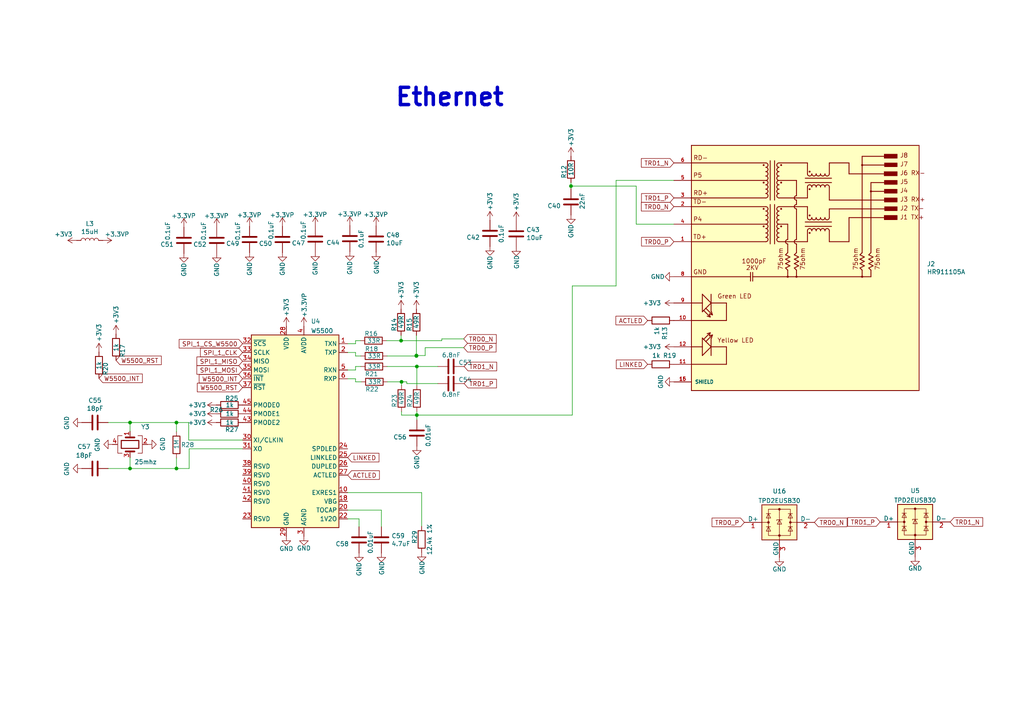
<source format=kicad_sch>
(kicad_sch (version 20211123) (generator eeschema)
  (paper "A4")
  (lib_symbols
    (symbol "Connector_Generic_Shielded:HR911105A" (pin_names (offset 1.016))
      (property "Reference" "J" (at -33.1724 36.2458 0))
      (property "Value" "Connector_Generic_Shielded_HR911105A" (at -33.1216 -38.227 0))
      (symbol "HR911105A_0_0"
        (text "1000pF" (at -18.4912 1.2446 0) (effects (font (size 1.27 1.27)) (justify left bottom)))
        (text "2KV" (at -17.2212 -0.6604 0) (effects (font (size 1.27 1.27)) (justify left bottom)))
        (text "75ohm" (at -6.4008 -0.6604 900) (effects (font (size 1.27 1.27)) (justify left bottom)))
        (text "75ohm" (at 0 -0.6604 900) (effects (font (size 1.27 1.27)) (justify left bottom)))
        (text "75ohm" (at 15.3416 -0.6604 900) (effects (font (size 1.27 1.27)) (justify left bottom)))
        (text "75ohm" (at 21.6916 -0.6604 900) (effects (font (size 1.27 1.27)) (justify left bottom)))
        (text "GND" (at -32.5374 -1.905 0) (effects (font (size 1.27 1.27)) (justify left bottom)))
        (text "Green LED" (at -25.5016 -8.9154 0) (effects (font (size 1.27 1.27)) (justify left bottom)))
        (text "J1 TX+" (at 27.432 13.9954 0) (effects (font (size 1.27 1.27)) (justify left bottom)))
        (text "J2 TX-" (at 27.4574 16.5862 0) (effects (font (size 1.27 1.27)) (justify left bottom)))
        (text "J3 RX+" (at 27.4574 19.1516 0) (effects (font (size 1.27 1.27)) (justify left bottom)))
        (text "J4" (at 27.4574 21.717 0) (effects (font (size 1.27 1.27)) (justify left bottom)))
        (text "J5" (at 27.4828 24.257 0) (effects (font (size 1.27 1.27)) (justify left bottom)))
        (text "J6 RX-" (at 27.4574 26.8224 0) (effects (font (size 1.27 1.27)) (justify left bottom)))
        (text "J7" (at 27.4574 29.3624 0) (effects (font (size 1.27 1.27)) (justify left bottom)))
        (text "J8" (at 27.4574 31.9278 0) (effects (font (size 1.27 1.27)) (justify left bottom)))
        (text "P4" (at -32.5374 13.4112 0) (effects (font (size 1.27 1.27)) (justify left bottom)))
        (text "P5" (at -32.5374 26.162 0) (effects (font (size 1.27 1.27)) (justify left bottom)))
        (text "RD+" (at -32.4866 21.0312 0) (effects (font (size 1.27 1.27)) (justify left bottom)))
        (text "RD-" (at -32.4866 31.2166 0) (effects (font (size 1.27 1.27)) (justify left bottom)))
        (text "TD+" (at -32.5628 8.3058 0) (effects (font (size 1.27 1.27)) (justify left bottom)))
        (text "TD-" (at -32.512 18.4912 0) (effects (font (size 1.27 1.27)) (justify left bottom)))
        (text "Yellow LED" (at -25.527 -21.717 0) (effects (font (size 1.27 1.27)) (justify left bottom)))
        (pin passive line (at -38.1 7.62 0) (length 5.08) (name "~") (number "1"))
        (pin passive line (at -38.1 -15.24 0) (length 5.08) (name "~") (number "10"))
        (pin passive line (at -38.1 -27.94 0) (length 5.08) (name "~") (number "11"))
        (pin passive line (at -38.1 -22.86 0) (length 5.08) (name "~") (number "12"))
        (pin passive line (at -38.1 -33.02 0) (length 5.08) (name "SHIELD") (number "15"))
        (pin passive line (at -38.1 -33.02 0) (length 5.08) (name "SHIELD") (number "16"))
        (pin passive line (at -38.1 17.78 0) (length 5.08) (name "~") (number "2"))
        (pin passive line (at -38.1 20.32 0) (length 5.08) (name "~") (number "3"))
        (pin passive line (at -38.1 12.7 0) (length 5.08) (name "~") (number "4"))
        (pin passive line (at -38.1 25.4 0) (length 5.08) (name "~") (number "5"))
        (pin passive line (at -38.1 30.48 0) (length 5.08) (name "~") (number "6"))
        (pin power_in line (at -38.1 -2.54 0) (length 5.08) (name "~") (number "8"))
        (pin passive line (at -38.1 -10.16 0) (length 5.08) (name "~") (number "9"))
      )
    )
    (symbol "Device:C" (pin_numbers hide) (pin_names (offset 0.254))
      (property "Reference" "C" (at 0.635 2.54 0))
      (property "Value" "C" (at 0.635 -2.54 0))
      (symbol "C_1_1"
        (pin passive line (at 0 3.81 270) (length 2.794) (name "~") (number "1"))
        (pin passive line (at 0 -3.81 90) (length 2.794) (name "~") (number "2"))
      )
    )
    (symbol "Device:Crystal_GND24" (pin_names (offset 1.016) hide)
      (property "Reference" "Y" (at 3.175 5.08 0))
      (property "Value" "Crystal_GND24" (at 3.175 3.175 0))
      (symbol "Crystal_GND24_1_1"
        (pin passive line (at -3.81 0 0) (length 1.27) (name "1") (number "1"))
        (pin passive line (at 0 5.08 270) (length 1.27) (name "2") (number "2"))
        (pin passive line (at 3.81 0 180) (length 1.27) (name "3") (number "3"))
        (pin passive line (at 0 -5.08 90) (length 1.27) (name "4") (number "4"))
      )
    )
    (symbol "Device:L" (pin_numbers hide) (pin_names (offset 1.016) hide)
      (property "Reference" "L" (at -1.27 0 90))
      (property "Value" "L" (at 1.905 0 90))
      (symbol "L_1_1"
        (pin passive line (at 0 3.81 270) (length 1.27) (name "1") (number "1"))
        (pin passive line (at 0 -3.81 90) (length 1.27) (name "2") (number "2"))
      )
    )
    (symbol "Device:R" (pin_numbers hide) (pin_names (offset 0))
      (property "Reference" "R" (at 2.032 0 90))
      (property "Value" "R" (at 0 0 90))
      (symbol "R_1_1"
        (pin passive line (at 0 3.81 270) (length 1.27) (name "~") (number "1"))
        (pin passive line (at 0 -3.81 90) (length 1.27) (name "~") (number "2"))
      )
    )
    (symbol "Interface_Ethernet:W5500"
      (property "Reference" "U" (at -11.43 29.21 0))
      (property "Value" "W5500" (at 8.89 29.21 0))
      (symbol "W5500_1_1"
        (pin output line (at 15.24 25.4 180) (length 2.54) (name "TXN") (number "1"))
        (pin passive line (at 15.24 -17.78 180) (length 2.54) (name "EXRES1") (number "10"))
        (pin passive line (at 2.54 30.48 270) (length 2.54) hide (name "AVDD") (number "11"))
        (pin no_connect line (at 12.7 7.62 180) (length 2.54) hide (name "NC") (number "12"))
        (pin no_connect line (at 12.7 5.08 180) (length 2.54) hide (name "NC") (number "13"))
        (pin passive line (at 2.54 -30.48 90) (length 2.54) hide (name "AGND") (number "14"))
        (pin passive line (at 2.54 30.48 270) (length 2.54) hide (name "AVDD") (number "15"))
        (pin passive line (at 2.54 -30.48 90) (length 2.54) hide (name "AGND") (number "16"))
        (pin passive line (at 2.54 30.48 270) (length 2.54) hide (name "AVDD") (number "17"))
        (pin passive line (at 15.24 -20.32 180) (length 2.54) (name "VBG") (number "18"))
        (pin passive line (at 2.54 -30.48 90) (length 2.54) hide (name "AGND") (number "19"))
        (pin output line (at 15.24 22.86 180) (length 2.54) (name "TXP") (number "2"))
        (pin passive line (at 15.24 -22.86 180) (length 2.54) (name "TOCAP") (number "20"))
        (pin passive line (at 2.54 30.48 270) (length 2.54) hide (name "AVDD") (number "21"))
        (pin output line (at 15.24 -25.4 180) (length 2.54) (name "1V2O") (number "22"))
        (pin input line (at -15.24 -25.4 0) (length 2.54) (name "RSVD") (number "23"))
        (pin output line (at 15.24 -5.08 180) (length 2.54) (name "SPDLED") (number "24"))
        (pin output line (at 15.24 -7.62 180) (length 2.54) (name "LINKLED") (number "25"))
        (pin output line (at 15.24 -10.16 180) (length 2.54) (name "DUPLED") (number "26"))
        (pin output line (at 15.24 -12.7 180) (length 2.54) (name "ACTLED") (number "27"))
        (pin power_in line (at -2.54 30.48 270) (length 2.54) (name "VDD") (number "28"))
        (pin power_in line (at -2.54 -30.48 90) (length 2.54) (name "GND") (number "29"))
        (pin power_in line (at 2.54 -30.48 90) (length 2.54) (name "AGND") (number "3"))
        (pin input line (at -15.24 -2.54 0) (length 2.54) (name "XI/CLKIN") (number "30"))
        (pin output line (at -15.24 -5.08 0) (length 2.54) (name "XO") (number "31"))
        (pin input line (at -15.24 25.4 0) (length 2.54) (name "~{SCS}") (number "32"))
        (pin input line (at -15.24 22.86 0) (length 2.54) (name "SCLK") (number "33"))
        (pin output line (at -15.24 20.32 0) (length 2.54) (name "MISO") (number "34"))
        (pin input line (at -15.24 17.78 0) (length 2.54) (name "MOSI") (number "35"))
        (pin input line (at -15.24 15.24 0) (length 2.54) (name "~{INT}") (number "36"))
        (pin input line (at -15.24 12.7 0) (length 2.54) (name "~{RST}") (number "37"))
        (pin input line (at -15.24 -10.16 0) (length 2.54) (name "RSVD") (number "38"))
        (pin input line (at -15.24 -12.7 0) (length 2.54) (name "RSVD") (number "39"))
        (pin power_in line (at 2.54 30.48 270) (length 2.54) (name "AVDD") (number "4"))
        (pin input line (at -15.24 -15.24 0) (length 2.54) (name "RSVD") (number "40"))
        (pin input line (at -15.24 -17.78 0) (length 2.54) (name "RSVD") (number "41"))
        (pin input line (at -15.24 -20.32 0) (length 2.54) (name "RSVD") (number "42"))
        (pin input line (at -15.24 2.54 0) (length 2.54) (name "PMODE2") (number "43"))
        (pin input line (at -15.24 5.08 0) (length 2.54) (name "PMODE1") (number "44"))
        (pin input line (at -15.24 7.62 0) (length 2.54) (name "PMODE0") (number "45"))
        (pin no_connect line (at 12.7 2.54 180) (length 2.54) hide (name "NC") (number "46"))
        (pin no_connect line (at 12.7 0 180) (length 2.54) hide (name "NC") (number "47"))
        (pin passive line (at 2.54 -30.48 90) (length 2.54) hide (name "AGND") (number "48"))
        (pin input line (at 15.24 17.78 180) (length 2.54) (name "RXN") (number "5"))
        (pin input line (at 15.24 15.24 180) (length 2.54) (name "RXP") (number "6"))
        (pin no_connect line (at 12.7 10.16 180) (length 2.54) hide (name "DNC") (number "7"))
        (pin passive line (at 2.54 30.48 270) (length 2.54) hide (name "AVDD") (number "8"))
        (pin passive line (at 2.54 -30.48 90) (length 2.54) hide (name "AGND") (number "9"))
      )
    )
    (symbol "Power_Protection:TPD2EUSB30" (pin_names (offset 0))
      (property "Reference" "U" (at 0 6.35 0))
      (property "Value" "TPD2EUSB30" (at 7.62 -7.62 0))
      (symbol "TPD2EUSB30_1_1"
        (pin passive line (at -10.16 0 0) (length 5.08) (name "D+") (number "1"))
        (pin passive line (at 10.16 0 180) (length 5.08) (name "D-") (number "2"))
        (pin passive line (at 0 -10.16 90) (length 5.08) (name "GND") (number "3"))
      )
    )
    (symbol "power:+3.3V" (power) (pin_names (offset 0))
      (property "Value" "+3.3V" (at 0 3.556 0))
      (symbol "+3.3V_1_1"
        (pin power_in line (at 0 0 90) (length 0) hide (name "+3V3") (number "1"))
      )
    )
    (symbol "power:+3.3VP" (power) (pin_names (offset 0))
      (property "Value" "+3.3VP" (at 0 2.54 0))
      (symbol "+3.3VP_0_0"
        (pin power_in line (at 0 0 90) (length 0) hide (name "+3.3VP") (number "1"))
      )
    )
    (symbol "power:GND" (power) (pin_names (offset 0))
      (property "Value" "GND" (at 0 -3.81 0))
      (symbol "GND_1_1"
        (pin power_in line (at 0 0 270) (length 0) hide (name "GND") (number "1"))
      )
    )
  )
  (junction (at 120.777 103.124))
  (junction (at 120.904 120.396))
  (junction (at 51.181 135.89))
  (junction (at 120.777 103.251))
  (junction (at 116.332 98.806))
  (junction (at 120.904 106.299))
  (junction (at 37.719 135.89))
  (junction (at 165.608 53.975))
  (junction (at 116.459 110.744))
  (junction (at 37.719 122.555))
  (junction (at 51.181 122.555))
  (wire (pts (xy 165.608 52.959) (xy 165.608 53.975)))
  (wire (pts (xy 123.317 100.838) (xy 134.493 100.838)))
  (wire (pts (xy 120.777 103.124) (xy 120.777 97.282)))
  (wire (pts (xy 100.838 147.955) (xy 110.617 147.955)))
  (wire (pts (xy 103.124 99.695) (xy 103.124 98.806)))
  (wire (pts (xy 54.864 130.175) (xy 70.358 130.175)))
  (wire (pts (xy 120.904 106.299) (xy 127 106.299)))
  (wire (pts (xy 112.268 106.299) (xy 120.904 106.299)))
  (wire (pts (xy 100.838 102.235) (xy 103.124 102.235)))
  (wire (pts (xy 51.181 132.842) (xy 51.181 135.89)))
  (wire (pts (xy 110.617 147.955) (xy 110.617 152.781)))
  (wire (pts (xy 51.181 122.555) (xy 51.181 125.222)))
  (wire (pts (xy 103.124 107.315) (xy 103.124 106.299)))
  (wire (pts (xy 100.838 109.855) (xy 103.124 109.855)))
  (wire (pts (xy 100.838 150.495) (xy 104.14 150.495)))
  (wire (pts (xy 103.124 102.235) (xy 103.124 103.251)))
  (wire (pts (xy 128.143 98.298) (xy 128.143 98.806)))
  (wire (pts (xy 165.989 82.931) (xy 178.689 82.931)))
  (wire (pts (xy 100.838 142.875) (xy 122.301 142.875)))
  (wire (pts (xy 31.369 122.555) (xy 37.719 122.555)))
  (wire (pts (xy 70.358 127.635) (xy 54.737 127.635)))
  (wire (pts (xy 103.124 109.855) (xy 103.124 110.744)))
  (wire (pts (xy 116.459 119.38) (xy 116.459 120.396)))
  (wire (pts (xy 51.181 135.89) (xy 54.864 135.89)))
  (wire (pts (xy 128.143 98.806) (xy 116.332 98.806)))
  (wire (pts (xy 103.124 110.744) (xy 104.775 110.744)))
  (wire (pts (xy 112.395 110.744) (xy 116.459 110.744)))
  (wire (pts (xy 31.369 135.89) (xy 37.719 135.89)))
  (wire (pts (xy 195.453 52.324) (xy 178.689 52.324)))
  (wire (pts (xy 37.719 122.555) (xy 37.719 125.095)))
  (wire (pts (xy 120.777 103.251) (xy 120.777 103.124)))
  (wire (pts (xy 51.181 122.555) (xy 54.737 122.555)))
  (wire (pts (xy 116.459 110.744) (xy 116.459 111.76)))
  (wire (pts (xy 120.777 103.124) (xy 123.317 103.124)))
  (wire (pts (xy 112.141 98.806) (xy 116.332 98.806)))
  (wire (pts (xy 54.737 127.635) (xy 54.737 122.555)))
  (wire (pts (xy 100.838 99.695) (xy 103.124 99.695)))
  (wire (pts (xy 104.14 150.495) (xy 104.14 152.781)))
  (wire (pts (xy 120.904 120.396) (xy 120.904 119.38)))
  (wire (pts (xy 178.689 82.931) (xy 178.689 52.324)))
  (wire (pts (xy 103.124 98.806) (xy 104.521 98.806)))
  (wire (pts (xy 116.459 120.396) (xy 120.904 120.396)))
  (wire (pts (xy 103.124 106.299) (xy 104.648 106.299)))
  (wire (pts (xy 127 111.252) (xy 117.983 111.252)))
  (wire (pts (xy 120.904 120.396) (xy 120.904 121.793)))
  (wire (pts (xy 134.493 98.298) (xy 128.143 98.298)))
  (wire (pts (xy 165.608 53.975) (xy 184.531 53.975)))
  (wire (pts (xy 165.608 53.975) (xy 165.608 54.737)))
  (wire (pts (xy 37.719 135.89) (xy 51.181 135.89)))
  (wire (pts (xy 100.838 107.315) (xy 103.124 107.315)))
  (wire (pts (xy 54.864 130.175) (xy 54.864 135.89)))
  (wire (pts (xy 120.904 120.396) (xy 165.989 120.396)))
  (wire (pts (xy 122.301 142.875) (xy 122.301 152.654)))
  (wire (pts (xy 103.124 103.251) (xy 104.648 103.251)))
  (wire (pts (xy 37.719 135.89) (xy 37.719 132.715)))
  (wire (pts (xy 195.453 65.024) (xy 184.531 65.024)))
  (wire (pts (xy 117.983 111.252) (xy 117.983 110.744)))
  (wire (pts (xy 112.268 103.251) (xy 120.777 103.251)))
  (wire (pts (xy 37.719 122.555) (xy 51.181 122.555)))
  (wire (pts (xy 116.332 98.806) (xy 116.332 97.282)))
  (wire (pts (xy 117.983 110.744) (xy 116.459 110.744)))
  (wire (pts (xy 184.531 65.024) (xy 184.531 53.975)))
  (wire (pts (xy 120.904 106.299) (xy 120.904 111.76)))
  (wire (pts (xy 165.989 120.396) (xy 165.989 82.931)))
  (wire (pts (xy 123.317 103.124) (xy 123.317 100.838)))
  (text "Ethernet" (at 114.3 31.242 0) (effects (font (size 5.0038 5.0038) (thickness 1.0008) bold) (justify left bottom)))
  (global_label "LINKED" (shape input) (at 100.838 132.715 0) (property "Intersheet References" "${INTERSHEET_REFS}" (effects hide)))
  (global_label "TRD0_N" (shape input) (at 236.22 151.511 0) (property "Intersheet References" "${INTERSHEET_REFS}" (effects hide)))
  (global_label "TRD1_P" (shape input) (at 195.453 57.404 180) (property "Intersheet References" "${INTERSHEET_REFS}" (effects hide)))
  (global_label "TRD0_P" (shape input) (at 195.453 70.104 180) (property "Intersheet References" "${INTERSHEET_REFS}" (effects hide)))
  (global_label "TRD1_P" (shape input) (at 134.62 111.252 0) (property "Intersheet References" "${INTERSHEET_REFS}" (effects hide)))
  (global_label "SPI_1_MISO" (shape input) (at 70.358 104.775 180) (property "Intersheet References" "${INTERSHEET_REFS}" (effects hide)))
  (global_label "TRD1_N" (shape input) (at 134.62 106.299 0) (property "Intersheet References" "${INTERSHEET_REFS}" (effects hide)))
  (global_label "SPI_1_MOSI" (shape input) (at 70.358 107.315 180) (property "Intersheet References" "${INTERSHEET_REFS}" (effects hide)))
  (global_label "W5500_INT" (shape input) (at 28.702 109.728 0) (property "Intersheet References" "${INTERSHEET_REFS}" (effects hide)))
  (global_label "W5500_RST" (shape input) (at 70.358 112.395 180) (property "Intersheet References" "${INTERSHEET_REFS}" (effects hide)))
  (global_label "TRD0_N" (shape input) (at 134.493 98.298 0) (property "Intersheet References" "${INTERSHEET_REFS}" (effects hide)))
  (global_label "SPI_1_CLK" (shape input) (at 70.358 102.235 180) (property "Intersheet References" "${INTERSHEET_REFS}" (effects hide)))
  (global_label "TRD1_N" (shape input) (at 275.59 151.384 0) (property "Intersheet References" "${INTERSHEET_REFS}" (effects hide)))
  (global_label "TRD0_N" (shape input) (at 195.453 59.944 180) (property "Intersheet References" "${INTERSHEET_REFS}" (effects hide)))
  (global_label "TRD0_P" (shape input) (at 134.493 100.838 0) (property "Intersheet References" "${INTERSHEET_REFS}" (effects hide)))
  (global_label "LINKED" (shape input) (at 187.833 105.664 180) (property "Intersheet References" "${INTERSHEET_REFS}" (effects hide)))
  (global_label "TRD1_N" (shape input) (at 195.453 47.244 180) (property "Intersheet References" "${INTERSHEET_REFS}" (effects hide)))
  (global_label "W5500_INT" (shape input) (at 70.358 109.855 180) (property "Intersheet References" "${INTERSHEET_REFS}" (effects hide)))
  (global_label "ACTLED" (shape input) (at 187.833 92.964 180) (property "Intersheet References" "${INTERSHEET_REFS}" (effects hide)))
  (global_label "W5500_RST" (shape input) (at 33.655 104.521 0) (property "Intersheet References" "${INTERSHEET_REFS}" (effects hide)))
  (global_label "SPI_1_CS_W5500" (shape input) (at 70.358 99.695 180) (property "Intersheet References" "${INTERSHEET_REFS}" (effects hide)))
  (global_label "TRD1_P" (shape input) (at 255.27 151.384 180) (property "Intersheet References" "${INTERSHEET_REFS}" (effects hide)))
  (global_label "TRD0_P" (shape input) (at 215.9 151.511 180) (property "Intersheet References" "${INTERSHEET_REFS}" (effects hide)))
  (global_label "ACTLED" (shape input) (at 100.838 137.795 0) (property "Intersheet References" "${INTERSHEET_REFS}" (effects hide)))
  (symbol (lib_id "power:+3.3V") (at 165.608 45.339 0) (unit 1)
    (property "Reference" "#PWR0205" (effects hide))
    (property "Value" "+3.3V" (at 165.608 39.878 90))
  )
  (symbol (lib_id "power:+3.3V") (at 120.777 89.662 0) (unit 1)
    (property "Reference" "#PWR0227" (effects hide))
    (property "Value" "+3.3V" (at 120.777 84.201 90))
  )
  (symbol (lib_id "Device:Crystal_GND24") (at 37.719 128.905 270) (unit 1)
    (property "Reference" "Y3" (at 40.894 123.825 90) (effects (justify left)))
    (property "Value" "25mhz" (at 38.989 133.985 90) (effects (justify left)))
    (property "Footprint" "Footprint:Crystal_smd_3225" (effects hide))
  )
  (symbol (lib_id "power:GND") (at 23.749 135.89 270) (unit 1)
    (property "Reference" "#PWR0211" (effects hide))
    (property "Value" "GND" (at 19.3548 136.017 0))
  )
  (symbol (lib_id "power:+3.3VP") (at 53.34 65.913 0) (unit 1)
    (property "Reference" "#PWR0222" (effects hide))
    (property "Value" "+3.3VP" (at 49.657 62.611 0) (effects (justify left)))
  )
  (symbol (lib_id "power:+3.3V") (at 142.113 63.881 0) (unit 1)
    (property "Reference" "#PWR0209" (effects hide))
    (property "Value" "+3.3V" (at 142.113 58.42 90))
  )
  (symbol (lib_id "Device:C") (at 165.608 58.547 180) (unit 1)
    (property "Reference" "C40" (at 162.687 59.7154 0) (effects (justify left)))
    (property "Value" "22nF" (at 168.91 55.88 90) (effects (justify left)))
    (property "Footprint" "Capacitor_SMD:C_0603_1608Metric" (effects hide))
  )
  (symbol (lib_id "Device:L") (at 26.035 69.723 90) (unit 1)
    (property "Reference" "L3" (at 26.035 64.897 90))
    (property "Value" "15uH" (at 26.035 67.2084 90))
    (property "Footprint" "Resistor_SMD:R_0603_1608Metric" (effects hide))
  )
  (symbol (lib_id "Device:R") (at 191.643 92.964 270) (unit 1)
    (property "Reference" "R13" (at 192.8114 94.742 0) (effects (justify left)))
    (property "Value" "1k" (at 190.5 94.742 0) (effects (justify left)))
    (property "Footprint" "Resistor_SMD:R_0603_1608Metric" (effects hide))
  )
  (symbol (lib_id "power:GND") (at 109.093 73.152 0) (unit 1)
    (property "Reference" "#PWR0234" (effects hide))
    (property "Value" "GND" (at 109.22 77.5462 90))
  )
  (symbol (lib_id "Device:R") (at 116.332 93.472 180) (unit 1)
    (property "Reference" "R14" (at 114.3 92.202 90) (effects (justify left)))
    (property "Value" "49R" (at 116.332 91.44 90) (effects (justify left)))
    (property "Footprint" "Resistor_SMD:R_0603_1608Metric" (effects hide))
  )
  (symbol (lib_id "Device:C") (at 110.617 156.591 0) (unit 1)
    (property "Reference" "C59" (at 113.538 155.4226 0) (effects (justify left)))
    (property "Value" "4.7uF" (at 113.538 157.734 0) (effects (justify left)))
    (property "Footprint" "Capacitor_SMD:C_0805_2012Metric" (effects hide))
  )
  (symbol (lib_id "Device:C") (at 72.39 69.469 180) (unit 1)
    (property "Reference" "C49" (at 69.469 70.6374 0) (effects (justify left)))
    (property "Value" "0.1uF" (at 68.961 64.262 90) (effects (justify left)))
    (property "Footprint" "Capacitor_SMD:C_0603_1608Metric" (effects hide))
  )
  (symbol (lib_id "Device:R") (at 51.181 129.032 0) (unit 1)
    (property "Reference" "R28" (at 52.451 129.032 0) (effects (justify left)))
    (property "Value" "1M" (at 51.181 130.302 90) (effects (justify left)))
    (property "Footprint" "Resistor_SMD:R_0603_1608Metric" (effects hide))
  )
  (symbol (lib_id "power:+3.3VP") (at 88.138 94.615 0) (unit 1)
    (property "Reference" "#PWR0197" (effects hide))
    (property "Value" "+3.3VP" (at 88.265 92.075 90) (effects (justify left)))
  )
  (symbol (lib_id "power:GND") (at 104.14 160.401 0) (unit 1)
    (property "Reference" "#PWR0202" (effects hide))
    (property "Value" "GND" (at 104.14 165.1 90))
  )
  (symbol (lib_id "power:+3.3VP") (at 81.915 65.659 0) (unit 1)
    (property "Reference" "#PWR0229" (effects hide))
    (property "Value" "+3.3VP" (at 78.232 62.357 0) (effects (justify left)))
  )
  (symbol (lib_id "power:GND") (at 32.639 128.905 270) (unit 1)
    (property "Reference" "#PWR0213" (effects hide))
    (property "Value" "GND" (at 28.2448 129.032 0))
  )
  (symbol (lib_id "power:+3.3VP") (at 91.44 65.532 0) (unit 1)
    (property "Reference" "#PWR0230" (effects hide))
    (property "Value" "+3.3VP" (at 87.757 62.23 0) (effects (justify left)))
  )
  (symbol (lib_id "Device:R") (at 66.548 122.555 270) (unit 1)
    (property "Reference" "R27" (at 65.278 124.587 90) (effects (justify left)))
    (property "Value" "1k" (at 65.405 122.555 90) (effects (justify left)))
    (property "Footprint" "Resistor_SMD:R_0603_1608Metric" (effects hide))
  )
  (symbol (lib_id "power:GND") (at 122.301 160.274 0) (unit 1)
    (property "Reference" "#PWR0201" (effects hide))
    (property "Value" "GND" (at 122.428 164.6682 90))
  )
  (symbol (lib_id "power:GND") (at 81.915 73.279 0) (unit 1)
    (property "Reference" "#PWR0198" (effects hide))
    (property "Value" "GND" (at 81.915 77.978 90))
  )
  (symbol (lib_id "Device:C") (at 91.44 69.342 180) (unit 1)
    (property "Reference" "C47" (at 88.519 70.5104 0) (effects (justify left)))
    (property "Value" "0.1uF" (at 88.011 64.008 90) (effects (justify left)))
    (property "Footprint" "Capacitor_SMD:C_0603_1608Metric" (effects hide))
  )
  (symbol (lib_id "Device:R") (at 28.702 105.918 180) (unit 1)
    (property "Reference" "R20" (at 30.607 105.029 90) (effects (justify left)))
    (property "Value" "1k" (at 28.702 104.775 90) (effects (justify left)))
    (property "Footprint" "Resistor_SMD:R_0603_1608Metric" (effects hide))
  )
  (symbol (lib_id "power:GND") (at 265.43 161.544 0) (unit 1)
    (property "Reference" "#PWR039" (effects hide))
    (property "Value" "GND" (at 265.43 164.846 0))
  )
  (symbol (lib_id "power:GND") (at 120.904 129.413 0) (unit 1)
    (property "Reference" "#PWR0195" (effects hide))
    (property "Value" "GND" (at 120.904 134.112 90))
  )
  (symbol (lib_id "power:+3.3V") (at 195.453 100.584 90) (unit 1)
    (property "Reference" "#PWR0236" (effects hide))
    (property "Value" "+3.3V" (at 189.103 100.584 90))
  )
  (symbol (lib_id "Device:R") (at 108.585 110.744 90) (unit 1)
    (property "Reference" "R22" (at 109.855 112.903 90) (effects (justify left)))
    (property "Value" "33R" (at 110.617 110.744 90) (effects (justify left)))
    (property "Footprint" "Resistor_SMD:R_0603_1608Metric" (effects hide))
  )
  (symbol (lib_id "power:+3.3V") (at 62.738 117.475 90) (unit 1)
    (property "Reference" "#PWR0217" (effects hide))
    (property "Value" "+3.3V" (at 57.15 117.475 90))
  )
  (symbol (lib_id "power:+3.3V") (at 28.702 102.108 0) (unit 1)
    (property "Reference" "#PWR0223" (effects hide))
    (property "Value" "+3.3V" (at 28.702 96.52 90))
  )
  (symbol (lib_id "Device:R") (at 122.301 156.464 0) (unit 1)
    (property "Reference" "R29" (at 120.269 157.734 90) (effects (justify left)))
    (property "Value" "12.4k 1%" (at 124.587 161.036 90) (effects (justify left)))
    (property "Footprint" "Resistor_SMD:R_0603_1608Metric" (effects hide))
  )
  (symbol (lib_id "Device:C") (at 81.915 69.469 180) (unit 1)
    (property "Reference" "C50" (at 78.994 70.6374 0) (effects (justify left)))
    (property "Value" "0.1uF" (at 78.613 64.008 90) (effects (justify left)))
    (property "Footprint" "Capacitor_SMD:C_0603_1608Metric" (effects hide))
  )
  (symbol (lib_id "Device:R") (at 108.331 98.806 90) (unit 1)
    (property "Reference" "R16" (at 109.601 96.774 90) (effects (justify left)))
    (property "Value" "33R" (at 110.363 98.806 90) (effects (justify left)))
    (property "Footprint" "Resistor_SMD:R_0603_1608Metric" (effects hide))
  )
  (symbol (lib_id "Connector_Generic_Shielded:HR911105A") (at 233.553 77.724 0) (unit 1)
    (property "Reference" "J2" (at 268.8336 76.5556 0) (effects (justify left)))
    (property "Value" "HR911105A" (at 268.8336 78.867 0) (effects (justify left)))
    (property "Footprint" "Footprint:HANRUN_HR911105A" (effects hide))
    (property "MP" "HR911105A" (effects hide))
    (property "PARTREV" "A" (effects hide))
    (property "DESCRIPTION" "DIP RJ45 Connector;" (effects hide))
    (property "AVAILABILITY" "Unavailable" (effects hide))
    (property "PRICE" "None" (effects hide))
    (property "STANDARD" "Manufacturer Recommendation" (effects hide))
    (property "PACKAGE" "None" (effects hide))
    (property "MF" "HanRun" (effects hide))
  )
  (symbol (lib_id "power:+3.3V") (at 62.738 120.015 90) (unit 1)
    (property "Reference" "#PWR0216" (effects hide))
    (property "Value" "+3.3V" (at 57.15 120.015 90))
  )
  (symbol (lib_id "power:GND") (at 72.39 73.279 0) (unit 1)
    (property "Reference" "#PWR0196" (effects hide))
    (property "Value" "GND" (at 72.39 77.978 90))
  )
  (symbol (lib_id "power:+3.3VP") (at 62.865 65.913 0) (unit 1)
    (property "Reference" "#PWR0220" (effects hide))
    (property "Value" "+3.3VP" (at 59.182 62.611 0) (effects (justify left)))
  )
  (symbol (lib_id "power:+3.3V") (at 22.225 69.723 90) (unit 1)
    (property "Reference" "#PWR0226" (effects hide))
    (property "Value" "+3.3V" (at 18.415 67.945 90))
  )
  (symbol (lib_id "power:GND") (at 149.733 71.628 0) (unit 1)
    (property "Reference" "#PWR0206" (effects hide))
    (property "Value" "GND" (at 149.86 76.0222 90))
  )
  (symbol (lib_id "Device:R") (at 33.655 100.711 180) (unit 1)
    (property "Reference" "R17" (at 35.56 99.822 90) (effects (justify left)))
    (property "Value" "1k" (at 33.655 99.568 90) (effects (justify left)))
    (property "Footprint" "Resistor_SMD:R_0603_1608Metric" (effects hide))
  )
  (symbol (lib_id "Device:C") (at 101.473 69.215 180) (unit 1)
    (property "Reference" "C44" (at 98.552 70.3834 0) (effects (justify left)))
    (property "Value" "0.1uF" (at 104.775 66.548 90) (effects (justify left)))
    (property "Footprint" "Capacitor_SMD:C_0603_1608Metric" (effects hide))
  )
  (symbol (lib_id "power:GND") (at 23.749 122.555 270) (unit 1)
    (property "Reference" "#PWR0212" (effects hide))
    (property "Value" "GND" (at 19.3548 122.682 0))
  )
  (symbol (lib_id "Device:C") (at 62.865 69.723 180) (unit 1)
    (property "Reference" "C52" (at 59.944 70.8914 0) (effects (justify left)))
    (property "Value" "0.1uF" (at 59.055 64.262 90) (effects (justify left)))
    (property "Footprint" "Capacitor_SMD:C_0603_1608Metric" (effects hide))
  )
  (symbol (lib_id "Device:R") (at 66.548 120.015 270) (unit 1)
    (property "Reference" "R26" (at 60.833 118.872 90) (effects (justify left)))
    (property "Value" "1k" (at 65.405 120.015 90) (effects (justify left)))
    (property "Footprint" "Resistor_SMD:R_0603_1608Metric" (effects hide))
  )
  (symbol (lib_id "power:GND") (at 101.473 73.025 0) (unit 1)
    (property "Reference" "#PWR0233" (effects hide))
    (property "Value" "GND" (at 101.473 77.724 90))
  )
  (symbol (lib_id "Device:C") (at 104.14 156.591 180) (unit 1)
    (property "Reference" "C58" (at 101.219 157.7594 0) (effects (justify left)))
    (property "Value" "0.01uF" (at 107.442 153.924 90) (effects (justify left)))
    (property "Footprint" "Capacitor_SMD:C_0603_1608Metric" (effects hide))
  )
  (symbol (lib_id "Device:C") (at 130.81 106.299 270) (unit 1)
    (property "Reference" "C53" (at 132.969 105.156 90) (effects (justify left)))
    (property "Value" "6.8nF" (at 128.143 102.997 90) (effects (justify left)))
    (property "Footprint" "Capacitor_SMD:C_0603_1608Metric" (effects hide))
  )
  (symbol (lib_id "power:+3.3V") (at 116.332 89.662 0) (unit 1)
    (property "Reference" "#PWR0228" (effects hide))
    (property "Value" "+3.3V" (at 116.332 84.201 90))
  )
  (symbol (lib_id "power:GND") (at 53.34 73.533 0) (unit 1)
    (property "Reference" "#PWR0218" (effects hide))
    (property "Value" "GND" (at 53.34 78.232 90))
  )
  (symbol (lib_id "power:GND") (at 91.44 73.152 0) (unit 1)
    (property "Reference" "#PWR0231" (effects hide))
    (property "Value" "GND" (at 91.44 77.851 90))
  )
  (symbol (lib_id "Device:C") (at 149.733 67.818 0) (unit 1)
    (property "Reference" "C43" (at 152.654 66.6496 0) (effects (justify left)))
    (property "Value" "10uF" (at 152.654 68.961 0) (effects (justify left)))
    (property "Footprint" "Capacitor_SMD:C_0805_2012Metric" (effects hide))
  )
  (symbol (lib_id "Device:R") (at 66.548 117.475 270) (unit 1)
    (property "Reference" "R25" (at 65.278 115.57 90) (effects (justify left)))
    (property "Value" "1k" (at 65.405 117.475 90) (effects (justify left)))
    (property "Footprint" "Resistor_SMD:R_0603_1608Metric" (effects hide))
  )
  (symbol (lib_id "power:GND") (at 226.06 161.671 0) (unit 1)
    (property "Reference" "#PWR040" (effects hide))
    (property "Value" "GND" (at 226.06 165.1 0))
  )
  (symbol (lib_id "Device:R") (at 116.459 115.57 180) (unit 1)
    (property "Reference" "R23" (at 114.427 114.3 90) (effects (justify left)))
    (property "Value" "49R" (at 116.459 113.538 90) (effects (justify left)))
    (property "Footprint" "Resistor_SMD:R_0603_1608Metric" (effects hide))
  )
  (symbol (lib_id "power:GND") (at 195.453 110.744 270) (unit 1)
    (property "Reference" "#PWR0239" (effects hide))
    (property "Value" "GND" (at 191.643 110.744 0))
  )
  (symbol (lib_id "Device:R") (at 108.458 106.299 90) (unit 1)
    (property "Reference" "R21" (at 109.728 108.458 90) (effects (justify left)))
    (property "Value" "33R" (at 110.49 106.299 90) (effects (justify left)))
    (property "Footprint" "Resistor_SMD:R_0603_1608Metric" (effects hide))
  )
  (symbol (lib_id "Device:C") (at 109.093 69.342 0) (unit 1)
    (property "Reference" "C48" (at 112.014 68.1736 0) (effects (justify left)))
    (property "Value" "10uF" (at 112.014 70.485 0) (effects (justify left)))
    (property "Footprint" "Capacitor_SMD:C_0805_2012Metric" (effects hide))
  )
  (symbol (lib_id "power:GND") (at 88.138 155.575 0) (unit 1)
    (property "Reference" "#PWR0204" (effects hide))
    (property "Value" "GND" (at 88.138 159.004 0))
  )
  (symbol (lib_id "Device:C") (at 27.559 135.89 90) (unit 1)
    (property "Reference" "C57" (at 24.384 129.54 90))
    (property "Value" "18pF" (at 24.384 132.08 90))
    (property "Footprint" "Capacitor_SMD:C_0603_1608Metric" (effects hide))
  )
  (symbol (lib_id "power:+3.3V") (at 83.058 94.615 0) (unit 1)
    (property "Reference" "#PWR0199" (effects hide))
    (property "Value" "+3.3V" (at 83.058 89.154 90))
  )
  (symbol (lib_id "Device:C") (at 130.81 111.252 270) (unit 1)
    (property "Reference" "C54" (at 132.969 110.109 90) (effects (justify left)))
    (property "Value" "6.8nF" (at 128.143 114.427 90) (effects (justify left)))
    (property "Footprint" "Capacitor_SMD:C_0603_1608Metric" (effects hide))
  )
  (symbol (lib_id "Device:R") (at 191.643 105.664 270) (unit 1)
    (property "Reference" "R19" (at 192.278 103.124 90) (effects (justify left)))
    (property "Value" "1k" (at 189.103 103.124 90) (effects (justify left)))
    (property "Footprint" "Resistor_SMD:R_0603_1608Metric" (effects hide))
  )
  (symbol (lib_id "power:+3.3VP") (at 101.473 65.405 0) (unit 1)
    (property "Reference" "#PWR0232" (effects hide))
    (property "Value" "+3.3VP" (at 97.79 62.103 0) (effects (justify left)))
  )
  (symbol (lib_id "Interface_Ethernet:W5500") (at 85.598 125.095 0) (unit 1)
    (property "Reference" "U4" (at 90.1574 93.1885 0) (effects (justify left)))
    (property "Value" "W5500" (at 90.1574 95.9636 0) (effects (justify left)))
    (property "Footprint" "Package_QFP:LQFP-48_7x7mm_P0.5mm" (effects hide))
    (property "Datasheet" "http://wizwiki.net/wiki/lib/exe/fetch.php/products:w5500:w5500_ds_v109e.pdf" (effects hide))
  )
  (symbol (lib_id "power:+3.3V") (at 195.453 87.884 90) (unit 1)
    (property "Reference" "#PWR0237" (effects hide))
    (property "Value" "+3.3V" (at 189.103 87.884 90))
  )
  (symbol (lib_id "Power_Protection:TPD2EUSB30") (at 226.06 151.511 0) (unit 1)
    (property "Reference" "U16" (at 226.06 142.4645 0))
    (property "Value" "TPD2EUSB30" (at 226.06 145.2396 0))
    (property "Footprint" "Package_TO_SOT_SMD:Texas_DRT-3" (effects hide))
    (property "Datasheet" "http://www.ti.com/lit/ds/symlink/tpd2eusb30a.pdf" (effects hide))
  )
  (symbol (lib_id "power:+3.3VP") (at 72.39 65.659 0) (unit 1)
    (property "Reference" "#PWR0221" (effects hide))
    (property "Value" "+3.3VP" (at 68.707 62.357 0) (effects (justify left)))
  )
  (symbol (lib_id "power:GND") (at 142.113 71.501 0) (unit 1)
    (property "Reference" "#PWR0207" (effects hide))
    (property "Value" "GND" (at 142.113 76.2 90))
  )
  (symbol (lib_id "Power_Protection:TPD2EUSB30") (at 265.43 151.384 0) (unit 1)
    (property "Reference" "U5" (at 265.43 142.3375 0))
    (property "Value" "TPD2EUSB30" (at 265.43 145.1126 0))
    (property "Footprint" "Package_TO_SOT_SMD:Texas_DRT-3" (effects hide))
    (property "Datasheet" "http://www.ti.com/lit/ds/symlink/tpd2eusb30a.pdf" (effects hide))
  )
  (symbol (lib_id "Device:R") (at 108.458 103.251 90) (unit 1)
    (property "Reference" "R18" (at 109.728 101.219 90) (effects (justify left)))
    (property "Value" "33R" (at 110.49 103.251 90) (effects (justify left)))
    (property "Footprint" "Resistor_SMD:R_0603_1608Metric" (effects hide))
  )
  (symbol (lib_id "power:GND") (at 110.617 160.401 0) (unit 1)
    (property "Reference" "#PWR0200" (effects hide))
    (property "Value" "GND" (at 110.744 164.7952 90))
  )
  (symbol (lib_id "power:GND") (at 165.608 62.357 0) (unit 1)
    (property "Reference" "#PWR0210" (effects hide))
    (property "Value" "GND" (at 165.608 67.056 90))
  )
  (symbol (lib_id "power:GND") (at 83.058 155.575 0) (unit 1)
    (property "Reference" "#PWR0203" (effects hide))
    (property "Value" "GND" (at 83.058 159.131 0))
  )
  (symbol (lib_id "power:GND") (at 42.799 128.905 90) (unit 1)
    (property "Reference" "#PWR0214" (effects hide))
    (property "Value" "GND" (at 47.1932 128.778 0))
  )
  (symbol (lib_id "power:+3.3V") (at 149.733 64.008 0) (unit 1)
    (property "Reference" "#PWR0208" (effects hide))
    (property "Value" "+3.3V" (at 149.733 58.547 90))
  )
  (symbol (lib_id "Device:R") (at 120.777 93.472 180) (unit 1)
    (property "Reference" "R15" (at 118.745 92.202 90) (effects (justify left)))
    (property "Value" "49R" (at 120.777 91.44 90) (effects (justify left)))
    (property "Footprint" "Resistor_SMD:R_0603_1608Metric" (effects hide))
  )
  (symbol (lib_id "Device:R") (at 120.904 115.57 180) (unit 1)
    (property "Reference" "R24" (at 118.872 114.3 90) (effects (justify left)))
    (property "Value" "49R" (at 120.904 113.538 90) (effects (justify left)))
    (property "Footprint" "Resistor_SMD:R_0603_1608Metric" (effects hide))
  )
  (symbol (lib_id "power:GND") (at 62.865 73.533 0) (unit 1)
    (property "Reference" "#PWR0219" (effects hide))
    (property "Value" "GND" (at 62.865 78.232 90))
  )
  (symbol (lib_id "Device:C") (at 53.34 69.723 180) (unit 1)
    (property "Reference" "C51" (at 50.419 70.8914 0) (effects (justify left)))
    (property "Value" "0.1uF" (at 48.641 64.262 90) (effects (justify left)))
    (property "Footprint" "Capacitor_SMD:C_0603_1608Metric" (effects hide))
  )
  (symbol (lib_id "power:+3.3VP") (at 109.093 65.532 0) (unit 1)
    (property "Reference" "#PWR0235" (effects hide))
    (property "Value" "+3.3VP" (at 105.41 62.23 0) (effects (justify left)))
  )
  (symbol (lib_id "power:GND") (at 195.453 80.264 270) (unit 1)
    (property "Reference" "#PWR0240" (effects hide))
    (property "Value" "GND" (at 190.754 80.264 90))
  )
  (symbol (lib_id "power:+3.3VP") (at 29.845 69.723 270) (unit 1)
    (property "Reference" "#PWR0225" (effects hide))
    (property "Value" "+3.3VP" (at 30.353 67.945 90) (effects (justify left)))
  )
  (symbol (lib_id "power:+3.3V") (at 33.655 96.901 0) (unit 1)
    (property "Reference" "#PWR0224" (effects hide))
    (property "Value" "+3.3V" (at 33.655 91.313 90))
  )
  (symbol (lib_id "Device:C") (at 27.559 122.555 90) (unit 1)
    (property "Reference" "C55" (at 27.559 116.1542 90))
    (property "Value" "18pF" (at 27.559 118.4656 90))
    (property "Footprint" "Capacitor_SMD:C_0603_1608Metric" (effects hide))
  )
  (symbol (lib_id "Device:C") (at 142.113 67.691 180) (unit 1)
    (property "Reference" "C42" (at 139.192 68.8594 0) (effects (justify left)))
    (property "Value" "0.1uF" (at 145.415 65.024 90) (effects (justify left)))
    (property "Footprint" "Capacitor_SMD:C_0603_1608Metric" (effects hide))
  )
  (symbol (lib_id "power:+3.3V") (at 62.738 122.555 90) (unit 1)
    (property "Reference" "#PWR0215" (effects hide))
    (property "Value" "+3.3V" (at 57.15 122.555 90))
  )
  (symbol (lib_id "Device:C") (at 120.904 125.603 180) (unit 1)
    (property "Reference" "C56" (at 117.983 126.7714 0) (effects (justify left)))
    (property "Value" "0.01uF" (at 124.206 122.936 90) (effects (justify left)))
    (property "Footprint" "Capacitor_SMD:C_0603_1608Metric" (effects hide))
  )
  (symbol (lib_id "Device:R") (at 165.608 49.149 180) (unit 1)
    (property "Reference" "R12" (at 163.576 47.879 90) (effects (justify left)))
    (property "Value" "10R" (at 165.608 47.117 90) (effects (justify left)))
    (property "Footprint" "Resistor_SMD:R_0603_1608Metric" (effects hide))
  )
)
</source>
